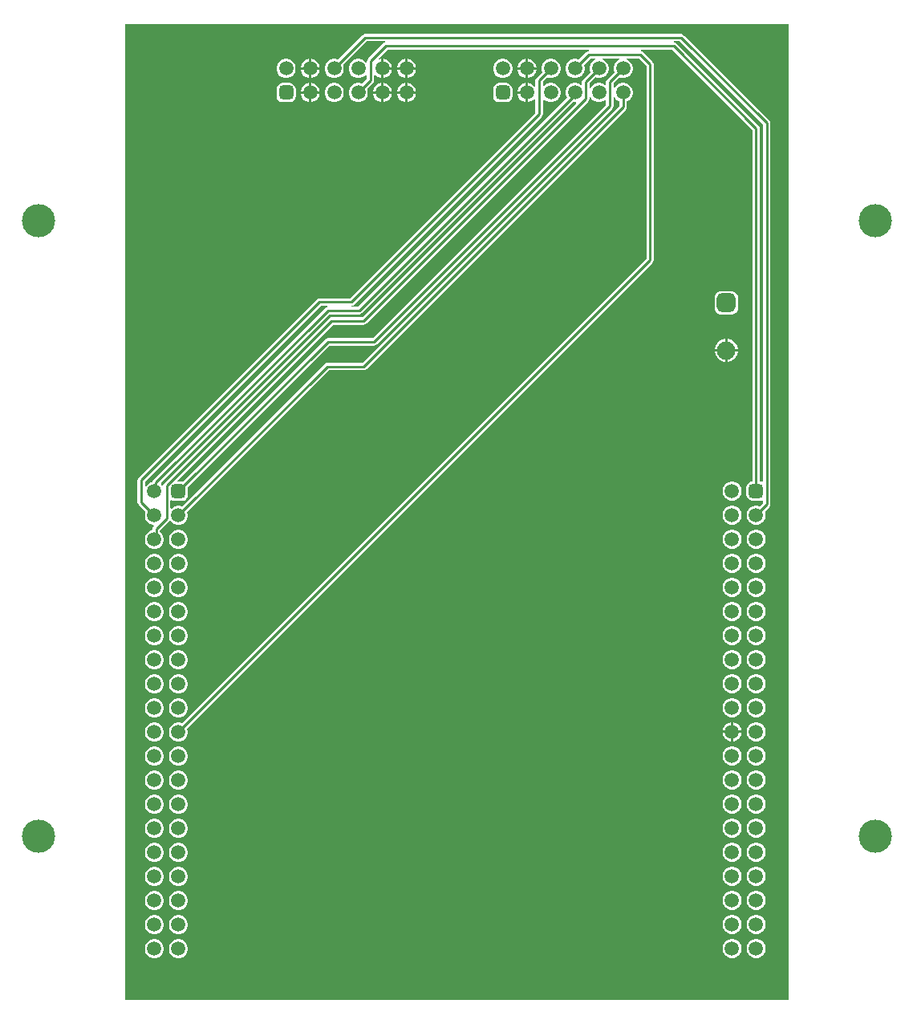
<source format=gbr>
%TF.GenerationSoftware,Altium Limited,Altium Designer,23.6.0 (18)*%
G04 Layer_Physical_Order=1*
G04 Layer_Color=255*
%FSLAX45Y45*%
%MOMM*%
%TF.SameCoordinates,8094E8B3-5A3C-4876-ADF7-68A746E10FBF*%
%TF.FilePolarity,Positive*%
%TF.FileFunction,Copper,L1,Top,Signal*%
%TF.Part,Single*%
G01*
G75*
%TA.AperFunction,Conductor*%
%ADD10C,0.25400*%
%TA.AperFunction,ComponentPad*%
G04:AMPARAMS|DCode=11|XSize=1.95mm|YSize=1.95mm|CornerRadius=0.4875mm|HoleSize=0mm|Usage=FLASHONLY|Rotation=270.000|XOffset=0mm|YOffset=0mm|HoleType=Round|Shape=RoundedRectangle|*
%AMROUNDEDRECTD11*
21,1,1.95000,0.97500,0,0,270.0*
21,1,0.97500,1.95000,0,0,270.0*
1,1,0.97500,-0.48750,-0.48750*
1,1,0.97500,-0.48750,0.48750*
1,1,0.97500,0.48750,0.48750*
1,1,0.97500,0.48750,-0.48750*
%
%ADD11ROUNDEDRECTD11*%
%ADD12C,1.95000*%
%ADD13C,1.50000*%
G04:AMPARAMS|DCode=14|XSize=1.5mm|YSize=1.5mm|CornerRadius=0.375mm|HoleSize=0mm|Usage=FLASHONLY|Rotation=0.000|XOffset=0mm|YOffset=0mm|HoleType=Round|Shape=RoundedRectangle|*
%AMROUNDEDRECTD14*
21,1,1.50000,0.75000,0,0,0.0*
21,1,0.75000,1.50000,0,0,0.0*
1,1,0.75000,0.37500,-0.37500*
1,1,0.75000,-0.37500,-0.37500*
1,1,0.75000,-0.37500,0.37500*
1,1,0.75000,0.37500,0.37500*
%
%ADD14ROUNDEDRECTD14*%
G04:AMPARAMS|DCode=15|XSize=1.5mm|YSize=1.5mm|CornerRadius=0.375mm|HoleSize=0mm|Usage=FLASHONLY|Rotation=270.000|XOffset=0mm|YOffset=0mm|HoleType=Round|Shape=RoundedRectangle|*
%AMROUNDEDRECTD15*
21,1,1.50000,0.75000,0,0,270.0*
21,1,0.75000,1.50000,0,0,270.0*
1,1,0.75000,-0.37500,-0.37500*
1,1,0.75000,-0.37500,0.37500*
1,1,0.75000,0.37500,0.37500*
1,1,0.75000,0.37500,-0.37500*
%
%ADD15ROUNDEDRECTD15*%
%TA.AperFunction,ViaPad*%
%ADD16C,3.50000*%
%ADD17C,1.27000*%
G36*
X17800000Y1260000D02*
X10800000D01*
Y11550000D01*
X17800000D01*
Y1260000D01*
D02*
G37*
%LPC*%
G36*
X15053232Y11184400D02*
X15052715D01*
Y11096700D01*
X15140414D01*
Y11097218D01*
X15133572Y11122753D01*
X15120354Y11145647D01*
X15101662Y11164340D01*
X15078767Y11177558D01*
X15053232Y11184400D01*
D02*
G37*
G36*
X15027315D02*
X15026796D01*
X15001260Y11177558D01*
X14978368Y11164340D01*
X14959674Y11145647D01*
X14946457Y11122753D01*
X14939615Y11097218D01*
Y11096700D01*
X15027315D01*
Y11184400D01*
D02*
G37*
G36*
X13783218D02*
X13782700D01*
Y11096700D01*
X13870399D01*
Y11097218D01*
X13863557Y11122753D01*
X13850340Y11145647D01*
X13831647Y11164340D01*
X13808752Y11177558D01*
X13783218Y11184400D01*
D02*
G37*
G36*
X13757300D02*
X13756783D01*
X13731247Y11177558D01*
X13708353Y11164340D01*
X13689661Y11145647D01*
X13676442Y11122753D01*
X13669600Y11097218D01*
Y11096700D01*
X13757300D01*
Y11184400D01*
D02*
G37*
G36*
X13529218D02*
X13528700D01*
Y11096700D01*
X13616400D01*
Y11097218D01*
X13609558Y11122753D01*
X13596339Y11145647D01*
X13577647Y11164340D01*
X13554753Y11177558D01*
X13529218Y11184400D01*
D02*
G37*
G36*
X12767218D02*
X12766700D01*
Y11096700D01*
X12854401D01*
Y11097218D01*
X12847559Y11122753D01*
X12834340Y11145647D01*
X12815646Y11164340D01*
X12792753Y11177558D01*
X12767218Y11184400D01*
D02*
G37*
G36*
X12741300D02*
X12740782D01*
X12715247Y11177558D01*
X12692353Y11164340D01*
X12673660Y11145647D01*
X12660442Y11122753D01*
X12653600Y11097218D01*
Y11096700D01*
X12741300D01*
Y11184400D01*
D02*
G37*
G36*
X15140414Y11071300D02*
X15052715D01*
Y10983600D01*
X15053232D01*
X15078767Y10990442D01*
X15101662Y11003660D01*
X15120354Y11022353D01*
X15133572Y11045247D01*
X15140414Y11070782D01*
Y11071300D01*
D02*
G37*
G36*
X15027315D02*
X14939615D01*
Y11070782D01*
X14946457Y11045247D01*
X14959674Y11022353D01*
X14978368Y11003660D01*
X15001260Y10990442D01*
X15026796Y10983600D01*
X15027315D01*
Y11071300D01*
D02*
G37*
G36*
X14799232Y11184400D02*
X14772797D01*
X14747261Y11177558D01*
X14724367Y11164340D01*
X14705675Y11145647D01*
X14692458Y11122753D01*
X14685616Y11097218D01*
Y11070782D01*
X14692458Y11045247D01*
X14705675Y11022353D01*
X14724367Y11003660D01*
X14747261Y10990442D01*
X14772797Y10983600D01*
X14799232D01*
X14824767Y10990442D01*
X14847661Y11003660D01*
X14866354Y11022353D01*
X14879572Y11045247D01*
X14886414Y11070782D01*
Y11097218D01*
X14879572Y11122753D01*
X14866354Y11145647D01*
X14847661Y11164340D01*
X14824767Y11177558D01*
X14799232Y11184400D01*
D02*
G37*
G36*
X13870399Y11071300D02*
X13782700D01*
Y10983600D01*
X13783218D01*
X13808752Y10990442D01*
X13831647Y11003660D01*
X13850340Y11022353D01*
X13863557Y11045247D01*
X13870399Y11070782D01*
Y11071300D01*
D02*
G37*
G36*
X13757300D02*
X13669600D01*
Y11070782D01*
X13676442Y11045247D01*
X13689661Y11022353D01*
X13708353Y11003660D01*
X13731247Y10990442D01*
X13756783Y10983600D01*
X13757300D01*
Y11071300D01*
D02*
G37*
G36*
X13616400D02*
X13528700D01*
Y10983600D01*
X13529218D01*
X13554753Y10990442D01*
X13577647Y11003660D01*
X13596339Y11022353D01*
X13609558Y11045247D01*
X13616400Y11070782D01*
Y11071300D01*
D02*
G37*
G36*
X12854401D02*
X12766700D01*
Y10983600D01*
X12767218D01*
X12792753Y10990442D01*
X12815646Y11003660D01*
X12834340Y11022353D01*
X12847559Y11045247D01*
X12854401Y11070782D01*
Y11071300D01*
D02*
G37*
G36*
X12741300D02*
X12653600D01*
Y11070782D01*
X12660442Y11045247D01*
X12673660Y11022353D01*
X12692353Y11003660D01*
X12715247Y10990442D01*
X12740782Y10983600D01*
X12741300D01*
Y11071300D01*
D02*
G37*
G36*
X12513218Y11184400D02*
X12486782D01*
X12461247Y11177558D01*
X12438353Y11164340D01*
X12419660Y11145647D01*
X12406442Y11122753D01*
X12399600Y11097218D01*
Y11070782D01*
X12406442Y11045247D01*
X12419660Y11022353D01*
X12438353Y11003660D01*
X12461247Y10990442D01*
X12486782Y10983600D01*
X12513218D01*
X12538753Y10990442D01*
X12561647Y11003660D01*
X12580340Y11022353D01*
X12593558Y11045247D01*
X12600400Y11070782D01*
Y11097218D01*
X12593558Y11122753D01*
X12580340Y11145647D01*
X12561647Y11164340D01*
X12538753Y11177558D01*
X12513218Y11184400D01*
D02*
G37*
G36*
X15027315Y10930400D02*
X15026796D01*
X15001260Y10923558D01*
X14978368Y10910340D01*
X14959674Y10891647D01*
X14946457Y10868753D01*
X14939615Y10843218D01*
Y10842700D01*
X15027315D01*
Y10930400D01*
D02*
G37*
G36*
X13783218D02*
X13782700D01*
Y10842700D01*
X13870399D01*
Y10843218D01*
X13863557Y10868753D01*
X13850340Y10891647D01*
X13831647Y10910340D01*
X13808752Y10923558D01*
X13783218Y10930400D01*
D02*
G37*
G36*
X13757300D02*
X13756783D01*
X13731247Y10923558D01*
X13708353Y10910340D01*
X13689661Y10891647D01*
X13676442Y10868753D01*
X13669600Y10843218D01*
Y10842700D01*
X13757300D01*
Y10930400D01*
D02*
G37*
G36*
X13529218D02*
X13528700D01*
Y10842700D01*
X13616400D01*
Y10843218D01*
X13609558Y10868753D01*
X13596339Y10891647D01*
X13577647Y10910340D01*
X13554753Y10923558D01*
X13529218Y10930400D01*
D02*
G37*
G36*
X13503300D02*
X13502782D01*
X13477248Y10923558D01*
X13454353Y10910340D01*
X13435660Y10891647D01*
X13422443Y10868753D01*
X13415601Y10843218D01*
Y10842700D01*
X13503300D01*
Y10930400D01*
D02*
G37*
G36*
X12767218D02*
X12766700D01*
Y10842700D01*
X12854401D01*
Y10843218D01*
X12847559Y10868753D01*
X12834340Y10891647D01*
X12815646Y10910340D01*
X12792753Y10923558D01*
X12767218Y10930400D01*
D02*
G37*
G36*
X12741300D02*
X12740782D01*
X12715247Y10923558D01*
X12692353Y10910340D01*
X12673660Y10891647D01*
X12660442Y10868753D01*
X12653600Y10843218D01*
Y10842700D01*
X12741300D01*
Y10930400D01*
D02*
G37*
G36*
X15027315Y10817300D02*
X14939615D01*
Y10816782D01*
X14946457Y10791247D01*
X14959674Y10768353D01*
X14978368Y10749660D01*
X15001260Y10736442D01*
X15026796Y10729600D01*
X15027315D01*
Y10817300D01*
D02*
G37*
G36*
X13870399D02*
X13782700D01*
Y10729600D01*
X13783218D01*
X13808752Y10736442D01*
X13831647Y10749660D01*
X13850340Y10768353D01*
X13863557Y10791247D01*
X13870399Y10816782D01*
Y10817300D01*
D02*
G37*
G36*
X13757300D02*
X13669600D01*
Y10816782D01*
X13676442Y10791247D01*
X13689661Y10768353D01*
X13708353Y10749660D01*
X13731247Y10736442D01*
X13756783Y10729600D01*
X13757300D01*
Y10817300D01*
D02*
G37*
G36*
X13616400D02*
X13528700D01*
Y10729600D01*
X13529218D01*
X13554753Y10736442D01*
X13577647Y10749660D01*
X13596339Y10768353D01*
X13609558Y10791247D01*
X13616400Y10816782D01*
Y10817300D01*
D02*
G37*
G36*
X13503300D02*
X13415601D01*
Y10816782D01*
X13422443Y10791247D01*
X13435660Y10768353D01*
X13454353Y10749660D01*
X13477248Y10736442D01*
X13502782Y10729600D01*
X13503300D01*
Y10817300D01*
D02*
G37*
G36*
X13021217Y10930400D02*
X12994781D01*
X12969247Y10923558D01*
X12946353Y10910340D01*
X12927660Y10891647D01*
X12914442Y10868753D01*
X12907600Y10843218D01*
Y10816782D01*
X12914442Y10791247D01*
X12927660Y10768353D01*
X12946353Y10749660D01*
X12969247Y10736442D01*
X12994781Y10729600D01*
X13021217D01*
X13046753Y10736442D01*
X13069647Y10749660D01*
X13088341Y10768353D01*
X13101558Y10791247D01*
X13108400Y10816782D01*
Y10843218D01*
X13101558Y10868753D01*
X13088341Y10891647D01*
X13069647Y10910340D01*
X13046753Y10923558D01*
X13021217Y10930400D01*
D02*
G37*
G36*
X12854401Y10817300D02*
X12766700D01*
Y10729600D01*
X12767218D01*
X12792753Y10736442D01*
X12815646Y10749660D01*
X12834340Y10768353D01*
X12847559Y10791247D01*
X12854401Y10816782D01*
Y10817300D01*
D02*
G37*
G36*
X12741300D02*
X12653600D01*
Y10816782D01*
X12660442Y10791247D01*
X12673660Y10768353D01*
X12692353Y10749660D01*
X12715247Y10736442D01*
X12740782Y10729600D01*
X12741300D01*
Y10817300D01*
D02*
G37*
G36*
X14823514Y10931632D02*
X14748515D01*
X14723972Y10926750D01*
X14703166Y10912848D01*
X14689264Y10892042D01*
X14684383Y10867500D01*
Y10792500D01*
X14689264Y10767958D01*
X14703166Y10747152D01*
X14723972Y10733250D01*
X14748515Y10728368D01*
X14823514D01*
X14848058Y10733250D01*
X14868863Y10747152D01*
X14882765Y10767958D01*
X14887646Y10792500D01*
Y10867500D01*
X14882765Y10892042D01*
X14868863Y10912848D01*
X14848058Y10926750D01*
X14823514Y10931632D01*
D02*
G37*
G36*
X12537500D02*
X12462500D01*
X12437958Y10926750D01*
X12417152Y10912848D01*
X12403250Y10892042D01*
X12398368Y10867500D01*
Y10792500D01*
X12403250Y10767958D01*
X12417152Y10747152D01*
X12437958Y10733250D01*
X12462500Y10728368D01*
X12537500D01*
X12562042Y10733250D01*
X12582848Y10747152D01*
X12596750Y10767958D01*
X12601632Y10792500D01*
Y10867500D01*
X12596750Y10892042D01*
X12582848Y10912848D01*
X12562042Y10926750D01*
X12537500Y10931632D01*
D02*
G37*
G36*
X17193750Y8733540D02*
X17096249D01*
X17076894Y8730991D01*
X17058855Y8723520D01*
X17043365Y8711634D01*
X17031480Y8696145D01*
X17024010Y8678107D01*
X17021460Y8658750D01*
Y8561250D01*
X17024010Y8541893D01*
X17031480Y8523855D01*
X17043365Y8508366D01*
X17058855Y8496480D01*
X17076894Y8489009D01*
X17096249Y8486460D01*
X17193750D01*
X17213107Y8489009D01*
X17231145Y8496480D01*
X17246634Y8508366D01*
X17258521Y8523855D01*
X17265991Y8541893D01*
X17268539Y8561250D01*
Y8658750D01*
X17265991Y8678107D01*
X17258521Y8696145D01*
X17246634Y8711634D01*
X17231145Y8723520D01*
X17213107Y8730991D01*
X17193750Y8733540D01*
D02*
G37*
G36*
X17161180Y8232900D02*
X17157700D01*
Y8122700D01*
X17267900D01*
Y8126180D01*
X17259525Y8157438D01*
X17243344Y8185462D01*
X17220462Y8208345D01*
X17192438Y8224525D01*
X17161180Y8232900D01*
D02*
G37*
G36*
X17132300D02*
X17128819D01*
X17097562Y8224525D01*
X17069537Y8208345D01*
X17046655Y8185462D01*
X17030475Y8157438D01*
X17022099Y8126180D01*
Y8122700D01*
X17132300D01*
Y8232900D01*
D02*
G37*
G36*
X17267900Y8097300D02*
X17157700D01*
Y7987100D01*
X17161180D01*
X17192438Y7995475D01*
X17220462Y8011656D01*
X17243344Y8034538D01*
X17259525Y8062562D01*
X17267900Y8093820D01*
Y8097300D01*
D02*
G37*
G36*
X17132300D02*
X17022099D01*
Y8093820D01*
X17030475Y8062562D01*
X17046655Y8034538D01*
X17069537Y8011656D01*
X17097562Y7995475D01*
X17128819Y7987100D01*
X17132300D01*
Y8097300D01*
D02*
G37*
G36*
X17219218Y6726400D02*
X17192783D01*
X17167247Y6719558D01*
X17144353Y6706340D01*
X17125661Y6687647D01*
X17112442Y6664753D01*
X17105600Y6639218D01*
Y6612782D01*
X17112442Y6587247D01*
X17125661Y6564353D01*
X17144353Y6545660D01*
X17167247Y6532442D01*
X17192783Y6525600D01*
X17219218D01*
X17244753Y6532442D01*
X17267647Y6545660D01*
X17286340Y6564353D01*
X17299557Y6587247D01*
X17306400Y6612782D01*
Y6639218D01*
X17299557Y6664753D01*
X17286340Y6687647D01*
X17267647Y6706340D01*
X17244753Y6719558D01*
X17219218Y6726400D01*
D02*
G37*
G36*
X16670000Y11448847D02*
X13334000D01*
X13319135Y11445889D01*
X13306532Y11437469D01*
X13046649Y11177586D01*
X13021217Y11184400D01*
X12994781D01*
X12969247Y11177558D01*
X12946353Y11164340D01*
X12927660Y11145647D01*
X12914442Y11122753D01*
X12907600Y11097218D01*
Y11070782D01*
X12914442Y11045247D01*
X12927660Y11022353D01*
X12946353Y11003660D01*
X12969247Y10990442D01*
X12994781Y10983600D01*
X13021217D01*
X13046753Y10990442D01*
X13069647Y11003660D01*
X13088341Y11022353D01*
X13101558Y11045247D01*
X13108400Y11070782D01*
Y11097218D01*
X13101585Y11122648D01*
X13350092Y11371154D01*
X13546774D01*
X13548024Y11358454D01*
X13535133Y11355889D01*
X13522533Y11347469D01*
X13362531Y11187468D01*
X13354111Y11174866D01*
X13351154Y11160000D01*
Y11154794D01*
X13338454Y11149533D01*
X13323647Y11164340D01*
X13300752Y11177558D01*
X13275218Y11184400D01*
X13248782D01*
X13223247Y11177558D01*
X13200352Y11164340D01*
X13181660Y11145647D01*
X13168442Y11122753D01*
X13161600Y11097218D01*
Y11070782D01*
X13168442Y11045247D01*
X13181660Y11022353D01*
X13200352Y11003660D01*
X13223247Y10990442D01*
X13248782Y10983600D01*
X13275218D01*
X13300752Y10990442D01*
X13323647Y11003660D01*
X13338454Y11018466D01*
X13351154Y11013206D01*
Y10974091D01*
X13300648Y10923586D01*
X13275218Y10930400D01*
X13248782D01*
X13223247Y10923558D01*
X13200352Y10910340D01*
X13181660Y10891647D01*
X13168442Y10868753D01*
X13161600Y10843218D01*
Y10816782D01*
X13168442Y10791247D01*
X13181660Y10768353D01*
X13200352Y10749660D01*
X13223247Y10736442D01*
X13248782Y10729600D01*
X13275218D01*
X13300752Y10736442D01*
X13323647Y10749660D01*
X13342340Y10768353D01*
X13355557Y10791247D01*
X13362399Y10816782D01*
Y10843218D01*
X13355586Y10868649D01*
X13417468Y10930531D01*
X13425890Y10943134D01*
X13428847Y10958000D01*
Y11011206D01*
X13441547Y11016466D01*
X13454353Y11003660D01*
X13477248Y10990442D01*
X13502782Y10983600D01*
X13503300D01*
Y11084000D01*
Y11184400D01*
X13502782D01*
X13481630Y11178732D01*
X13475056Y11190119D01*
X13566090Y11281153D01*
X15690788D01*
X15692039Y11268453D01*
X15679147Y11265889D01*
X15666547Y11257468D01*
X15586662Y11177586D01*
X15561232Y11184400D01*
X15534796D01*
X15509261Y11177558D01*
X15486366Y11164340D01*
X15467674Y11145647D01*
X15454457Y11122753D01*
X15447615Y11097218D01*
Y11070782D01*
X15454457Y11045247D01*
X15467674Y11022353D01*
X15486366Y11003660D01*
X15509261Y10990442D01*
X15534796Y10983600D01*
X15561232D01*
X15586768Y10990442D01*
X15609660Y11003660D01*
X15628354Y11022353D01*
X15641573Y11045247D01*
X15648415Y11070782D01*
Y11097218D01*
X15641600Y11122649D01*
X15710104Y11191153D01*
X15764932D01*
X15766605Y11178453D01*
X15763261Y11177558D01*
X15740367Y11164340D01*
X15721674Y11145647D01*
X15708456Y11122753D01*
X15701614Y11097218D01*
Y11070782D01*
X15708429Y11045351D01*
X15633646Y10970569D01*
X15625224Y10957966D01*
X15622269Y10943100D01*
Y10914327D01*
X15610535Y10909467D01*
X15609660Y10910340D01*
X15586768Y10923558D01*
X15561232Y10930400D01*
X15534796D01*
X15509261Y10923558D01*
X15486366Y10910340D01*
X15467674Y10891647D01*
X15454457Y10868753D01*
X15447615Y10843218D01*
Y10816782D01*
X15454457Y10791247D01*
X15462456Y10777392D01*
X13253909Y8568846D01*
X13193227D01*
X13191975Y8581546D01*
X13204866Y8584111D01*
X13217468Y8592531D01*
X15197469Y10572531D01*
X15205888Y10585134D01*
X15208846Y10600000D01*
Y10755220D01*
X15221545Y10760481D01*
X15232367Y10749660D01*
X15255261Y10736442D01*
X15280795Y10729600D01*
X15307233D01*
X15332767Y10736442D01*
X15355661Y10749660D01*
X15374355Y10768353D01*
X15387572Y10791247D01*
X15394414Y10816782D01*
Y10843218D01*
X15387572Y10868753D01*
X15374355Y10891647D01*
X15355661Y10910340D01*
X15332767Y10923558D01*
X15307233Y10930400D01*
X15280795D01*
X15255261Y10923558D01*
X15232367Y10910340D01*
X15221545Y10899519D01*
X15208846Y10904780D01*
Y10943895D01*
X15255367Y10990414D01*
X15280795Y10983600D01*
X15307233D01*
X15332767Y10990442D01*
X15355661Y11003660D01*
X15374355Y11022353D01*
X15387572Y11045247D01*
X15394414Y11070782D01*
Y11097218D01*
X15387572Y11122753D01*
X15374355Y11145647D01*
X15355661Y11164340D01*
X15332767Y11177558D01*
X15307233Y11184400D01*
X15280795D01*
X15255261Y11177558D01*
X15232367Y11164340D01*
X15213673Y11145647D01*
X15200456Y11122753D01*
X15193616Y11097218D01*
Y11070782D01*
X15200429Y11045351D01*
X15142531Y10987454D01*
X15134109Y10974851D01*
X15131152Y10959985D01*
Y10896237D01*
X15118452Y10893548D01*
X15101662Y10910340D01*
X15078767Y10923558D01*
X15053232Y10930400D01*
X15052715D01*
Y10830000D01*
Y10729600D01*
X15053232D01*
X15078767Y10736442D01*
X15101662Y10749660D01*
X15118452Y10766452D01*
X15131152Y10763763D01*
Y10616091D01*
X13173909Y8658847D01*
X12850000D01*
X12835133Y8655889D01*
X12822533Y8647469D01*
X10942531Y6767468D01*
X10934110Y6754866D01*
X10931153Y6740000D01*
Y6508812D01*
X10934110Y6493947D01*
X10942531Y6481344D01*
X11015727Y6408149D01*
X11008912Y6382718D01*
Y6356282D01*
X11015754Y6330747D01*
X11028972Y6307853D01*
X11047665Y6289160D01*
X11070559Y6275942D01*
X11096094Y6269100D01*
X11097329D01*
X11102190Y6257367D01*
X11100891Y6256069D01*
X11092471Y6243466D01*
X11089514Y6228600D01*
Y6214137D01*
X11070559Y6209058D01*
X11047665Y6195840D01*
X11028972Y6177147D01*
X11015754Y6154253D01*
X11008912Y6128718D01*
Y6102282D01*
X11015754Y6076747D01*
X11028972Y6053853D01*
X11047665Y6035160D01*
X11070559Y6021942D01*
X11096094Y6015100D01*
X11122530D01*
X11148065Y6021942D01*
X11170959Y6035160D01*
X11189652Y6053853D01*
X11202870Y6076747D01*
X11209712Y6102282D01*
Y6128718D01*
X11202870Y6154253D01*
X11189652Y6177147D01*
X11170959Y6195840D01*
X11167207Y6198007D01*
Y6212510D01*
X11266200Y6311503D01*
X11278451Y6312585D01*
X11280275Y6312525D01*
X11282972Y6307853D01*
X11301665Y6289160D01*
X11324559Y6275942D01*
X11350094Y6269100D01*
X11376530D01*
X11402065Y6275942D01*
X11424959Y6289160D01*
X11443652Y6307853D01*
X11456870Y6330747D01*
X11463712Y6356282D01*
Y6382718D01*
X11456898Y6408149D01*
X12949902Y7901154D01*
X13320000D01*
X13334866Y7904111D01*
X13347469Y7912532D01*
X16083482Y10648546D01*
X16091904Y10661149D01*
X16094861Y10676014D01*
Y10736496D01*
X16117661Y10749660D01*
X16136354Y10768353D01*
X16149573Y10791247D01*
X16156413Y10816782D01*
Y10843218D01*
X16149573Y10868753D01*
X16136354Y10891647D01*
X16117661Y10910340D01*
X16094768Y10923558D01*
X16069232Y10930400D01*
X16042796D01*
X16017261Y10923558D01*
X15994366Y10910340D01*
X15975674Y10891647D01*
X15966661Y10876035D01*
X15953961Y10879438D01*
Y10927009D01*
X16017366Y10990414D01*
X16042796Y10983600D01*
X16069232D01*
X16094768Y10990442D01*
X16117661Y11003660D01*
X16136354Y11022353D01*
X16149573Y11045247D01*
X16156413Y11070782D01*
Y11097218D01*
X16149573Y11122753D01*
X16136354Y11145647D01*
X16117661Y11164340D01*
X16094768Y11177558D01*
X16091425Y11178453D01*
X16093097Y11191153D01*
X16223911D01*
X16301154Y11113909D01*
Y9076279D01*
X11401961Y4177086D01*
X11376530Y4183900D01*
X11350094D01*
X11324559Y4177058D01*
X11301665Y4163840D01*
X11282972Y4145147D01*
X11269754Y4122253D01*
X11262912Y4096718D01*
Y4070282D01*
X11269754Y4044747D01*
X11282972Y4021853D01*
X11301665Y4003160D01*
X11324559Y3989942D01*
X11350094Y3983100D01*
X11376530D01*
X11402065Y3989942D01*
X11424959Y4003160D01*
X11443652Y4021853D01*
X11456870Y4044747D01*
X11463712Y4070282D01*
Y4096718D01*
X11456898Y4122149D01*
X16367468Y9032719D01*
X16375890Y9045322D01*
X16378847Y9060188D01*
Y11130000D01*
X16375890Y11144866D01*
X16367468Y11157469D01*
X16267468Y11257468D01*
X16254866Y11265889D01*
X16241975Y11268453D01*
X16243227Y11281153D01*
X16573909D01*
X17421153Y10433910D01*
Y6727364D01*
X17397958Y6722750D01*
X17377151Y6708848D01*
X17363251Y6688042D01*
X17358368Y6663500D01*
Y6588500D01*
X17363251Y6563958D01*
X17377151Y6543152D01*
X17397958Y6529250D01*
X17422501Y6524368D01*
X17497501D01*
X17521553Y6529152D01*
X17523811Y6529392D01*
X17534253Y6522667D01*
Y6501191D01*
X17498650Y6465586D01*
X17473218Y6472400D01*
X17446782D01*
X17421246Y6465558D01*
X17398354Y6452340D01*
X17379660Y6433647D01*
X17366441Y6410753D01*
X17359599Y6385218D01*
Y6358782D01*
X17366441Y6333247D01*
X17379660Y6310353D01*
X17398354Y6291660D01*
X17421246Y6278442D01*
X17446782Y6271600D01*
X17473218D01*
X17498753Y6278442D01*
X17521648Y6291660D01*
X17540340Y6310353D01*
X17553558Y6333247D01*
X17560400Y6358782D01*
Y6385218D01*
X17553586Y6410649D01*
X17600569Y6457631D01*
X17608989Y6470234D01*
X17611946Y6485100D01*
Y10506900D01*
X17608989Y10521766D01*
X17600569Y10534369D01*
X16697469Y11437469D01*
X16684866Y11445889D01*
X16670000Y11448847D01*
D02*
G37*
G36*
X17219218Y6472400D02*
X17192783D01*
X17167247Y6465558D01*
X17144353Y6452340D01*
X17125661Y6433647D01*
X17112442Y6410753D01*
X17105600Y6385218D01*
Y6358782D01*
X17112442Y6333247D01*
X17125661Y6310353D01*
X17144353Y6291660D01*
X17167247Y6278442D01*
X17192783Y6271600D01*
X17219218D01*
X17244753Y6278442D01*
X17267647Y6291660D01*
X17286340Y6310353D01*
X17299557Y6333247D01*
X17306400Y6358782D01*
Y6385218D01*
X17299557Y6410753D01*
X17286340Y6433647D01*
X17267647Y6452340D01*
X17244753Y6465558D01*
X17219218Y6472400D01*
D02*
G37*
G36*
X17473218Y6218400D02*
X17446782D01*
X17421246Y6211558D01*
X17398354Y6198340D01*
X17379660Y6179647D01*
X17366441Y6156753D01*
X17359599Y6131218D01*
Y6104782D01*
X17366441Y6079247D01*
X17379660Y6056353D01*
X17398354Y6037660D01*
X17421246Y6024442D01*
X17446782Y6017600D01*
X17473218D01*
X17498753Y6024442D01*
X17521648Y6037660D01*
X17540340Y6056353D01*
X17553558Y6079247D01*
X17560400Y6104782D01*
Y6131218D01*
X17553558Y6156753D01*
X17540340Y6179647D01*
X17521648Y6198340D01*
X17498753Y6211558D01*
X17473218Y6218400D01*
D02*
G37*
G36*
X17219218D02*
X17192783D01*
X17167247Y6211558D01*
X17144353Y6198340D01*
X17125661Y6179647D01*
X17112442Y6156753D01*
X17105600Y6131218D01*
Y6104782D01*
X17112442Y6079247D01*
X17125661Y6056353D01*
X17144353Y6037660D01*
X17167247Y6024442D01*
X17192783Y6017600D01*
X17219218D01*
X17244753Y6024442D01*
X17267647Y6037660D01*
X17286340Y6056353D01*
X17299557Y6079247D01*
X17306400Y6104782D01*
Y6131218D01*
X17299557Y6156753D01*
X17286340Y6179647D01*
X17267647Y6198340D01*
X17244753Y6211558D01*
X17219218Y6218400D01*
D02*
G37*
G36*
X11376530Y6215900D02*
X11350094D01*
X11324559Y6209058D01*
X11301665Y6195840D01*
X11282972Y6177147D01*
X11269754Y6154253D01*
X11262912Y6128718D01*
Y6102282D01*
X11269754Y6076747D01*
X11282972Y6053853D01*
X11301665Y6035160D01*
X11324559Y6021942D01*
X11350094Y6015100D01*
X11376530D01*
X11402065Y6021942D01*
X11424959Y6035160D01*
X11443652Y6053853D01*
X11456870Y6076747D01*
X11463712Y6102282D01*
Y6128718D01*
X11456870Y6154253D01*
X11443652Y6177147D01*
X11424959Y6195840D01*
X11402065Y6209058D01*
X11376530Y6215900D01*
D02*
G37*
G36*
X17473218Y5964400D02*
X17446782D01*
X17421246Y5957558D01*
X17398354Y5944340D01*
X17379660Y5925647D01*
X17366441Y5902753D01*
X17359599Y5877218D01*
Y5850782D01*
X17366441Y5825247D01*
X17379660Y5802353D01*
X17398354Y5783660D01*
X17421246Y5770442D01*
X17446782Y5763600D01*
X17473218D01*
X17498753Y5770442D01*
X17521648Y5783660D01*
X17540340Y5802353D01*
X17553558Y5825247D01*
X17560400Y5850782D01*
Y5877218D01*
X17553558Y5902753D01*
X17540340Y5925647D01*
X17521648Y5944340D01*
X17498753Y5957558D01*
X17473218Y5964400D01*
D02*
G37*
G36*
X17219218D02*
X17192783D01*
X17167247Y5957558D01*
X17144353Y5944340D01*
X17125661Y5925647D01*
X17112442Y5902753D01*
X17105600Y5877218D01*
Y5850782D01*
X17112442Y5825247D01*
X17125661Y5802353D01*
X17144353Y5783660D01*
X17167247Y5770442D01*
X17192783Y5763600D01*
X17219218D01*
X17244753Y5770442D01*
X17267647Y5783660D01*
X17286340Y5802353D01*
X17299557Y5825247D01*
X17306400Y5850782D01*
Y5877218D01*
X17299557Y5902753D01*
X17286340Y5925647D01*
X17267647Y5944340D01*
X17244753Y5957558D01*
X17219218Y5964400D01*
D02*
G37*
G36*
X11376530Y5961900D02*
X11350094D01*
X11324559Y5955058D01*
X11301665Y5941840D01*
X11282972Y5923147D01*
X11269754Y5900253D01*
X11262912Y5874718D01*
Y5848282D01*
X11269754Y5822747D01*
X11282972Y5799853D01*
X11301665Y5781160D01*
X11324559Y5767942D01*
X11350094Y5761100D01*
X11376530D01*
X11402065Y5767942D01*
X11424959Y5781160D01*
X11443652Y5799853D01*
X11456870Y5822747D01*
X11463712Y5848282D01*
Y5874718D01*
X11456870Y5900253D01*
X11443652Y5923147D01*
X11424959Y5941840D01*
X11402065Y5955058D01*
X11376530Y5961900D01*
D02*
G37*
G36*
X11122530D02*
X11096094D01*
X11070559Y5955058D01*
X11047665Y5941840D01*
X11028972Y5923147D01*
X11015754Y5900253D01*
X11008912Y5874718D01*
Y5848282D01*
X11015754Y5822747D01*
X11028972Y5799853D01*
X11047665Y5781160D01*
X11070559Y5767942D01*
X11096094Y5761100D01*
X11122530D01*
X11148065Y5767942D01*
X11170959Y5781160D01*
X11189652Y5799853D01*
X11202870Y5822747D01*
X11209712Y5848282D01*
Y5874718D01*
X11202870Y5900253D01*
X11189652Y5923147D01*
X11170959Y5941840D01*
X11148065Y5955058D01*
X11122530Y5961900D01*
D02*
G37*
G36*
X17473218Y5710400D02*
X17446782D01*
X17421246Y5703558D01*
X17398354Y5690340D01*
X17379660Y5671647D01*
X17366441Y5648753D01*
X17359599Y5623218D01*
Y5596782D01*
X17366441Y5571247D01*
X17379660Y5548353D01*
X17398354Y5529660D01*
X17421246Y5516442D01*
X17446782Y5509600D01*
X17473218D01*
X17498753Y5516442D01*
X17521648Y5529660D01*
X17540340Y5548353D01*
X17553558Y5571247D01*
X17560400Y5596782D01*
Y5623218D01*
X17553558Y5648753D01*
X17540340Y5671647D01*
X17521648Y5690340D01*
X17498753Y5703558D01*
X17473218Y5710400D01*
D02*
G37*
G36*
X17219218D02*
X17192783D01*
X17167247Y5703558D01*
X17144353Y5690340D01*
X17125661Y5671647D01*
X17112442Y5648753D01*
X17105600Y5623218D01*
Y5596782D01*
X17112442Y5571247D01*
X17125661Y5548353D01*
X17144353Y5529660D01*
X17167247Y5516442D01*
X17192783Y5509600D01*
X17219218D01*
X17244753Y5516442D01*
X17267647Y5529660D01*
X17286340Y5548353D01*
X17299557Y5571247D01*
X17306400Y5596782D01*
Y5623218D01*
X17299557Y5648753D01*
X17286340Y5671647D01*
X17267647Y5690340D01*
X17244753Y5703558D01*
X17219218Y5710400D01*
D02*
G37*
G36*
X11376530Y5707900D02*
X11350094D01*
X11324559Y5701058D01*
X11301665Y5687840D01*
X11282972Y5669147D01*
X11269754Y5646253D01*
X11262912Y5620718D01*
Y5594282D01*
X11269754Y5568747D01*
X11282972Y5545853D01*
X11301665Y5527160D01*
X11324559Y5513942D01*
X11350094Y5507100D01*
X11376530D01*
X11402065Y5513942D01*
X11424959Y5527160D01*
X11443652Y5545853D01*
X11456870Y5568747D01*
X11463712Y5594282D01*
Y5620718D01*
X11456870Y5646253D01*
X11443652Y5669147D01*
X11424959Y5687840D01*
X11402065Y5701058D01*
X11376530Y5707900D01*
D02*
G37*
G36*
X11122530D02*
X11096094D01*
X11070559Y5701058D01*
X11047665Y5687840D01*
X11028972Y5669147D01*
X11015754Y5646253D01*
X11008912Y5620718D01*
Y5594282D01*
X11015754Y5568747D01*
X11028972Y5545853D01*
X11047665Y5527160D01*
X11070559Y5513942D01*
X11096094Y5507100D01*
X11122530D01*
X11148065Y5513942D01*
X11170959Y5527160D01*
X11189652Y5545853D01*
X11202870Y5568747D01*
X11209712Y5594282D01*
Y5620718D01*
X11202870Y5646253D01*
X11189652Y5669147D01*
X11170959Y5687840D01*
X11148065Y5701058D01*
X11122530Y5707900D01*
D02*
G37*
G36*
X17473218Y5456400D02*
X17446782D01*
X17421246Y5449558D01*
X17398354Y5436340D01*
X17379660Y5417647D01*
X17366441Y5394753D01*
X17359599Y5369218D01*
Y5342782D01*
X17366441Y5317247D01*
X17379660Y5294353D01*
X17398354Y5275660D01*
X17421246Y5262442D01*
X17446782Y5255600D01*
X17473218D01*
X17498753Y5262442D01*
X17521648Y5275660D01*
X17540340Y5294353D01*
X17553558Y5317247D01*
X17560400Y5342782D01*
Y5369218D01*
X17553558Y5394753D01*
X17540340Y5417647D01*
X17521648Y5436340D01*
X17498753Y5449558D01*
X17473218Y5456400D01*
D02*
G37*
G36*
X17219218D02*
X17192783D01*
X17167247Y5449558D01*
X17144353Y5436340D01*
X17125661Y5417647D01*
X17112442Y5394753D01*
X17105600Y5369218D01*
Y5342782D01*
X17112442Y5317247D01*
X17125661Y5294353D01*
X17144353Y5275660D01*
X17167247Y5262442D01*
X17192783Y5255600D01*
X17219218D01*
X17244753Y5262442D01*
X17267647Y5275660D01*
X17286340Y5294353D01*
X17299557Y5317247D01*
X17306400Y5342782D01*
Y5369218D01*
X17299557Y5394753D01*
X17286340Y5417647D01*
X17267647Y5436340D01*
X17244753Y5449558D01*
X17219218Y5456400D01*
D02*
G37*
G36*
X11376530Y5453900D02*
X11350094D01*
X11324559Y5447058D01*
X11301665Y5433840D01*
X11282972Y5415147D01*
X11269754Y5392253D01*
X11262912Y5366718D01*
Y5340282D01*
X11269754Y5314747D01*
X11282972Y5291853D01*
X11301665Y5273160D01*
X11324559Y5259942D01*
X11350094Y5253100D01*
X11376530D01*
X11402065Y5259942D01*
X11424959Y5273160D01*
X11443652Y5291853D01*
X11456870Y5314747D01*
X11463712Y5340282D01*
Y5366718D01*
X11456870Y5392253D01*
X11443652Y5415147D01*
X11424959Y5433840D01*
X11402065Y5447058D01*
X11376530Y5453900D01*
D02*
G37*
G36*
X11122530D02*
X11096094D01*
X11070559Y5447058D01*
X11047665Y5433840D01*
X11028972Y5415147D01*
X11015754Y5392253D01*
X11008912Y5366718D01*
Y5340282D01*
X11015754Y5314747D01*
X11028972Y5291853D01*
X11047665Y5273160D01*
X11070559Y5259942D01*
X11096094Y5253100D01*
X11122530D01*
X11148065Y5259942D01*
X11170959Y5273160D01*
X11189652Y5291853D01*
X11202870Y5314747D01*
X11209712Y5340282D01*
Y5366718D01*
X11202870Y5392253D01*
X11189652Y5415147D01*
X11170959Y5433840D01*
X11148065Y5447058D01*
X11122530Y5453900D01*
D02*
G37*
G36*
X17473218Y5202400D02*
X17446782D01*
X17421246Y5195558D01*
X17398354Y5182340D01*
X17379660Y5163647D01*
X17366441Y5140753D01*
X17359599Y5115218D01*
Y5088782D01*
X17366441Y5063247D01*
X17379660Y5040353D01*
X17398354Y5021660D01*
X17421246Y5008442D01*
X17446782Y5001600D01*
X17473218D01*
X17498753Y5008442D01*
X17521648Y5021660D01*
X17540340Y5040353D01*
X17553558Y5063247D01*
X17560400Y5088782D01*
Y5115218D01*
X17553558Y5140753D01*
X17540340Y5163647D01*
X17521648Y5182340D01*
X17498753Y5195558D01*
X17473218Y5202400D01*
D02*
G37*
G36*
X17219218D02*
X17192783D01*
X17167247Y5195558D01*
X17144353Y5182340D01*
X17125661Y5163647D01*
X17112442Y5140753D01*
X17105600Y5115218D01*
Y5088782D01*
X17112442Y5063247D01*
X17125661Y5040353D01*
X17144353Y5021660D01*
X17167247Y5008442D01*
X17192783Y5001600D01*
X17219218D01*
X17244753Y5008442D01*
X17267647Y5021660D01*
X17286340Y5040353D01*
X17299557Y5063247D01*
X17306400Y5088782D01*
Y5115218D01*
X17299557Y5140753D01*
X17286340Y5163647D01*
X17267647Y5182340D01*
X17244753Y5195558D01*
X17219218Y5202400D01*
D02*
G37*
G36*
X11376530Y5199900D02*
X11350094D01*
X11324559Y5193058D01*
X11301665Y5179840D01*
X11282972Y5161147D01*
X11269754Y5138253D01*
X11262912Y5112718D01*
Y5086282D01*
X11269754Y5060747D01*
X11282972Y5037853D01*
X11301665Y5019160D01*
X11324559Y5005942D01*
X11350094Y4999100D01*
X11376530D01*
X11402065Y5005942D01*
X11424959Y5019160D01*
X11443652Y5037853D01*
X11456870Y5060747D01*
X11463712Y5086282D01*
Y5112718D01*
X11456870Y5138253D01*
X11443652Y5161147D01*
X11424959Y5179840D01*
X11402065Y5193058D01*
X11376530Y5199900D01*
D02*
G37*
G36*
X11122530D02*
X11096094D01*
X11070559Y5193058D01*
X11047665Y5179840D01*
X11028972Y5161147D01*
X11015754Y5138253D01*
X11008912Y5112718D01*
Y5086282D01*
X11015754Y5060747D01*
X11028972Y5037853D01*
X11047665Y5019160D01*
X11070559Y5005942D01*
X11096094Y4999100D01*
X11122530D01*
X11148065Y5005942D01*
X11170959Y5019160D01*
X11189652Y5037853D01*
X11202870Y5060747D01*
X11209712Y5086282D01*
Y5112718D01*
X11202870Y5138253D01*
X11189652Y5161147D01*
X11170959Y5179840D01*
X11148065Y5193058D01*
X11122530Y5199900D01*
D02*
G37*
G36*
X17473218Y4948400D02*
X17446782D01*
X17421246Y4941558D01*
X17398354Y4928340D01*
X17379660Y4909647D01*
X17366441Y4886753D01*
X17359599Y4861218D01*
Y4834782D01*
X17366441Y4809247D01*
X17379660Y4786353D01*
X17398354Y4767660D01*
X17421246Y4754442D01*
X17446782Y4747600D01*
X17473218D01*
X17498753Y4754442D01*
X17521648Y4767660D01*
X17540340Y4786353D01*
X17553558Y4809247D01*
X17560400Y4834782D01*
Y4861218D01*
X17553558Y4886753D01*
X17540340Y4909647D01*
X17521648Y4928340D01*
X17498753Y4941558D01*
X17473218Y4948400D01*
D02*
G37*
G36*
X17219218D02*
X17192783D01*
X17167247Y4941558D01*
X17144353Y4928340D01*
X17125661Y4909647D01*
X17112442Y4886753D01*
X17105600Y4861218D01*
Y4834782D01*
X17112442Y4809247D01*
X17125661Y4786353D01*
X17144353Y4767660D01*
X17167247Y4754442D01*
X17192783Y4747600D01*
X17219218D01*
X17244753Y4754442D01*
X17267647Y4767660D01*
X17286340Y4786353D01*
X17299557Y4809247D01*
X17306400Y4834782D01*
Y4861218D01*
X17299557Y4886753D01*
X17286340Y4909647D01*
X17267647Y4928340D01*
X17244753Y4941558D01*
X17219218Y4948400D01*
D02*
G37*
G36*
X11376530Y4945900D02*
X11350094D01*
X11324559Y4939058D01*
X11301665Y4925840D01*
X11282972Y4907147D01*
X11269754Y4884253D01*
X11262912Y4858718D01*
Y4832282D01*
X11269754Y4806747D01*
X11282972Y4783853D01*
X11301665Y4765160D01*
X11324559Y4751942D01*
X11350094Y4745100D01*
X11376530D01*
X11402065Y4751942D01*
X11424959Y4765160D01*
X11443652Y4783853D01*
X11456870Y4806747D01*
X11463712Y4832282D01*
Y4858718D01*
X11456870Y4884253D01*
X11443652Y4907147D01*
X11424959Y4925840D01*
X11402065Y4939058D01*
X11376530Y4945900D01*
D02*
G37*
G36*
X11122530D02*
X11096094D01*
X11070559Y4939058D01*
X11047665Y4925840D01*
X11028972Y4907147D01*
X11015754Y4884253D01*
X11008912Y4858718D01*
Y4832282D01*
X11015754Y4806747D01*
X11028972Y4783853D01*
X11047665Y4765160D01*
X11070559Y4751942D01*
X11096094Y4745100D01*
X11122530D01*
X11148065Y4751942D01*
X11170959Y4765160D01*
X11189652Y4783853D01*
X11202870Y4806747D01*
X11209712Y4832282D01*
Y4858718D01*
X11202870Y4884253D01*
X11189652Y4907147D01*
X11170959Y4925840D01*
X11148065Y4939058D01*
X11122530Y4945900D01*
D02*
G37*
G36*
X17473218Y4694400D02*
X17446782D01*
X17421246Y4687558D01*
X17398354Y4674340D01*
X17379660Y4655647D01*
X17366441Y4632753D01*
X17359599Y4607218D01*
Y4580782D01*
X17366441Y4555247D01*
X17379660Y4532353D01*
X17398354Y4513660D01*
X17421246Y4500442D01*
X17446782Y4493600D01*
X17473218D01*
X17498753Y4500442D01*
X17521648Y4513660D01*
X17540340Y4532353D01*
X17553558Y4555247D01*
X17560400Y4580782D01*
Y4607218D01*
X17553558Y4632753D01*
X17540340Y4655647D01*
X17521648Y4674340D01*
X17498753Y4687558D01*
X17473218Y4694400D01*
D02*
G37*
G36*
X17219218D02*
X17192783D01*
X17167247Y4687558D01*
X17144353Y4674340D01*
X17125661Y4655647D01*
X17112442Y4632753D01*
X17105600Y4607218D01*
Y4580782D01*
X17112442Y4555247D01*
X17125661Y4532353D01*
X17144353Y4513660D01*
X17167247Y4500442D01*
X17192783Y4493600D01*
X17219218D01*
X17244753Y4500442D01*
X17267647Y4513660D01*
X17286340Y4532353D01*
X17299557Y4555247D01*
X17306400Y4580782D01*
Y4607218D01*
X17299557Y4632753D01*
X17286340Y4655647D01*
X17267647Y4674340D01*
X17244753Y4687558D01*
X17219218Y4694400D01*
D02*
G37*
G36*
X11376530Y4691900D02*
X11350094D01*
X11324559Y4685058D01*
X11301665Y4671840D01*
X11282972Y4653147D01*
X11269754Y4630253D01*
X11262912Y4604718D01*
Y4578282D01*
X11269754Y4552747D01*
X11282972Y4529853D01*
X11301665Y4511160D01*
X11324559Y4497942D01*
X11350094Y4491100D01*
X11376530D01*
X11402065Y4497942D01*
X11424959Y4511160D01*
X11443652Y4529853D01*
X11456870Y4552747D01*
X11463712Y4578282D01*
Y4604718D01*
X11456870Y4630253D01*
X11443652Y4653147D01*
X11424959Y4671840D01*
X11402065Y4685058D01*
X11376530Y4691900D01*
D02*
G37*
G36*
X11122530D02*
X11096094D01*
X11070559Y4685058D01*
X11047665Y4671840D01*
X11028972Y4653147D01*
X11015754Y4630253D01*
X11008912Y4604718D01*
Y4578282D01*
X11015754Y4552747D01*
X11028972Y4529853D01*
X11047665Y4511160D01*
X11070559Y4497942D01*
X11096094Y4491100D01*
X11122530D01*
X11148065Y4497942D01*
X11170959Y4511160D01*
X11189652Y4529853D01*
X11202870Y4552747D01*
X11209712Y4578282D01*
Y4604718D01*
X11202870Y4630253D01*
X11189652Y4653147D01*
X11170959Y4671840D01*
X11148065Y4685058D01*
X11122530Y4691900D01*
D02*
G37*
G36*
X17473218Y4440400D02*
X17446782D01*
X17421246Y4433558D01*
X17398354Y4420340D01*
X17379660Y4401647D01*
X17366441Y4378753D01*
X17359599Y4353218D01*
Y4326782D01*
X17366441Y4301247D01*
X17379660Y4278353D01*
X17398354Y4259660D01*
X17421246Y4246442D01*
X17446782Y4239600D01*
X17473218D01*
X17498753Y4246442D01*
X17521648Y4259660D01*
X17540340Y4278353D01*
X17553558Y4301247D01*
X17560400Y4326782D01*
Y4353218D01*
X17553558Y4378753D01*
X17540340Y4401647D01*
X17521648Y4420340D01*
X17498753Y4433558D01*
X17473218Y4440400D01*
D02*
G37*
G36*
X17219218D02*
X17192783D01*
X17167247Y4433558D01*
X17144353Y4420340D01*
X17125661Y4401647D01*
X17112442Y4378753D01*
X17105600Y4353218D01*
Y4326782D01*
X17112442Y4301247D01*
X17125661Y4278353D01*
X17144353Y4259660D01*
X17167247Y4246442D01*
X17192783Y4239600D01*
X17219218D01*
X17244753Y4246442D01*
X17267647Y4259660D01*
X17286340Y4278353D01*
X17299557Y4301247D01*
X17306400Y4326782D01*
Y4353218D01*
X17299557Y4378753D01*
X17286340Y4401647D01*
X17267647Y4420340D01*
X17244753Y4433558D01*
X17219218Y4440400D01*
D02*
G37*
G36*
X11376530Y4437900D02*
X11350094D01*
X11324559Y4431058D01*
X11301665Y4417840D01*
X11282972Y4399147D01*
X11269754Y4376253D01*
X11262912Y4350718D01*
Y4324282D01*
X11269754Y4298747D01*
X11282972Y4275853D01*
X11301665Y4257160D01*
X11324559Y4243942D01*
X11350094Y4237100D01*
X11376530D01*
X11402065Y4243942D01*
X11424959Y4257160D01*
X11443652Y4275853D01*
X11456870Y4298747D01*
X11463712Y4324282D01*
Y4350718D01*
X11456870Y4376253D01*
X11443652Y4399147D01*
X11424959Y4417840D01*
X11402065Y4431058D01*
X11376530Y4437900D01*
D02*
G37*
G36*
X11122530D02*
X11096094D01*
X11070559Y4431058D01*
X11047665Y4417840D01*
X11028972Y4399147D01*
X11015754Y4376253D01*
X11008912Y4350718D01*
Y4324282D01*
X11015754Y4298747D01*
X11028972Y4275853D01*
X11047665Y4257160D01*
X11070559Y4243942D01*
X11096094Y4237100D01*
X11122530D01*
X11148065Y4243942D01*
X11170959Y4257160D01*
X11189652Y4275853D01*
X11202870Y4298747D01*
X11209712Y4324282D01*
Y4350718D01*
X11202870Y4376253D01*
X11189652Y4399147D01*
X11170959Y4417840D01*
X11148065Y4431058D01*
X11122530Y4437900D01*
D02*
G37*
G36*
X17219218Y4186400D02*
X17218701D01*
Y4098701D01*
X17306400D01*
Y4099218D01*
X17299557Y4124753D01*
X17286340Y4147647D01*
X17267647Y4166340D01*
X17244753Y4179558D01*
X17219218Y4186400D01*
D02*
G37*
G36*
X17193301D02*
X17192783D01*
X17167247Y4179558D01*
X17144353Y4166340D01*
X17125661Y4147647D01*
X17112442Y4124753D01*
X17105600Y4099218D01*
Y4098701D01*
X17193301D01*
Y4186400D01*
D02*
G37*
G36*
X17473218D02*
X17446782D01*
X17421246Y4179558D01*
X17398354Y4166340D01*
X17379660Y4147647D01*
X17366441Y4124753D01*
X17359599Y4099218D01*
Y4072782D01*
X17366441Y4047247D01*
X17379660Y4024353D01*
X17398354Y4005660D01*
X17421246Y3992442D01*
X17446782Y3985600D01*
X17473218D01*
X17498753Y3992442D01*
X17521648Y4005660D01*
X17540340Y4024353D01*
X17553558Y4047247D01*
X17560400Y4072782D01*
Y4099218D01*
X17553558Y4124753D01*
X17540340Y4147647D01*
X17521648Y4166340D01*
X17498753Y4179558D01*
X17473218Y4186400D01*
D02*
G37*
G36*
X17306400Y4073301D02*
X17218701D01*
Y3985600D01*
X17219218D01*
X17244753Y3992442D01*
X17267647Y4005660D01*
X17286340Y4024353D01*
X17299557Y4047247D01*
X17306400Y4072782D01*
Y4073301D01*
D02*
G37*
G36*
X17193301D02*
X17105600D01*
Y4072782D01*
X17112442Y4047247D01*
X17125661Y4024353D01*
X17144353Y4005660D01*
X17167247Y3992442D01*
X17192783Y3985600D01*
X17193301D01*
Y4073301D01*
D02*
G37*
G36*
X11122530Y4183900D02*
X11096094D01*
X11070559Y4177058D01*
X11047665Y4163840D01*
X11028972Y4145147D01*
X11015754Y4122253D01*
X11008912Y4096718D01*
Y4070282D01*
X11015754Y4044747D01*
X11028972Y4021853D01*
X11047665Y4003160D01*
X11070559Y3989942D01*
X11096094Y3983100D01*
X11122530D01*
X11148065Y3989942D01*
X11170959Y4003160D01*
X11189652Y4021853D01*
X11202870Y4044747D01*
X11209712Y4070282D01*
Y4096718D01*
X11202870Y4122253D01*
X11189652Y4145147D01*
X11170959Y4163840D01*
X11148065Y4177058D01*
X11122530Y4183900D01*
D02*
G37*
G36*
X17473218Y3932400D02*
X17446782D01*
X17421246Y3925558D01*
X17398354Y3912340D01*
X17379660Y3893647D01*
X17366441Y3870753D01*
X17359599Y3845218D01*
Y3818782D01*
X17366441Y3793247D01*
X17379660Y3770353D01*
X17398354Y3751660D01*
X17421246Y3738442D01*
X17446782Y3731600D01*
X17473218D01*
X17498753Y3738442D01*
X17521648Y3751660D01*
X17540340Y3770353D01*
X17553558Y3793247D01*
X17560400Y3818782D01*
Y3845218D01*
X17553558Y3870753D01*
X17540340Y3893647D01*
X17521648Y3912340D01*
X17498753Y3925558D01*
X17473218Y3932400D01*
D02*
G37*
G36*
X17219218D02*
X17192783D01*
X17167247Y3925558D01*
X17144353Y3912340D01*
X17125661Y3893647D01*
X17112442Y3870753D01*
X17105600Y3845218D01*
Y3818782D01*
X17112442Y3793247D01*
X17125661Y3770353D01*
X17144353Y3751660D01*
X17167247Y3738442D01*
X17192783Y3731600D01*
X17219218D01*
X17244753Y3738442D01*
X17267647Y3751660D01*
X17286340Y3770353D01*
X17299557Y3793247D01*
X17306400Y3818782D01*
Y3845218D01*
X17299557Y3870753D01*
X17286340Y3893647D01*
X17267647Y3912340D01*
X17244753Y3925558D01*
X17219218Y3932400D01*
D02*
G37*
G36*
X11376530Y3929900D02*
X11350094D01*
X11324559Y3923058D01*
X11301665Y3909840D01*
X11282972Y3891147D01*
X11269754Y3868253D01*
X11262912Y3842718D01*
Y3816282D01*
X11269754Y3790747D01*
X11282972Y3767853D01*
X11301665Y3749160D01*
X11324559Y3735942D01*
X11350094Y3729100D01*
X11376530D01*
X11402065Y3735942D01*
X11424959Y3749160D01*
X11443652Y3767853D01*
X11456870Y3790747D01*
X11463712Y3816282D01*
Y3842718D01*
X11456870Y3868253D01*
X11443652Y3891147D01*
X11424959Y3909840D01*
X11402065Y3923058D01*
X11376530Y3929900D01*
D02*
G37*
G36*
X11122530D02*
X11096094D01*
X11070559Y3923058D01*
X11047665Y3909840D01*
X11028972Y3891147D01*
X11015754Y3868253D01*
X11008912Y3842718D01*
Y3816282D01*
X11015754Y3790747D01*
X11028972Y3767853D01*
X11047665Y3749160D01*
X11070559Y3735942D01*
X11096094Y3729100D01*
X11122530D01*
X11148065Y3735942D01*
X11170959Y3749160D01*
X11189652Y3767853D01*
X11202870Y3790747D01*
X11209712Y3816282D01*
Y3842718D01*
X11202870Y3868253D01*
X11189652Y3891147D01*
X11170959Y3909840D01*
X11148065Y3923058D01*
X11122530Y3929900D01*
D02*
G37*
G36*
X17473218Y3678400D02*
X17446782D01*
X17421246Y3671558D01*
X17398354Y3658340D01*
X17379660Y3639647D01*
X17366441Y3616753D01*
X17359599Y3591218D01*
Y3564782D01*
X17366441Y3539247D01*
X17379660Y3516353D01*
X17398354Y3497660D01*
X17421246Y3484442D01*
X17446782Y3477600D01*
X17473218D01*
X17498753Y3484442D01*
X17521648Y3497660D01*
X17540340Y3516353D01*
X17553558Y3539247D01*
X17560400Y3564782D01*
Y3591218D01*
X17553558Y3616753D01*
X17540340Y3639647D01*
X17521648Y3658340D01*
X17498753Y3671558D01*
X17473218Y3678400D01*
D02*
G37*
G36*
X17219218D02*
X17192783D01*
X17167247Y3671558D01*
X17144353Y3658340D01*
X17125661Y3639647D01*
X17112442Y3616753D01*
X17105600Y3591218D01*
Y3564782D01*
X17112442Y3539247D01*
X17125661Y3516353D01*
X17144353Y3497660D01*
X17167247Y3484442D01*
X17192783Y3477600D01*
X17219218D01*
X17244753Y3484442D01*
X17267647Y3497660D01*
X17286340Y3516353D01*
X17299557Y3539247D01*
X17306400Y3564782D01*
Y3591218D01*
X17299557Y3616753D01*
X17286340Y3639647D01*
X17267647Y3658340D01*
X17244753Y3671558D01*
X17219218Y3678400D01*
D02*
G37*
G36*
X11376530Y3675900D02*
X11350094D01*
X11324559Y3669058D01*
X11301665Y3655840D01*
X11282972Y3637147D01*
X11269754Y3614253D01*
X11262912Y3588718D01*
Y3562282D01*
X11269754Y3536747D01*
X11282972Y3513853D01*
X11301665Y3495160D01*
X11324559Y3481942D01*
X11350094Y3475100D01*
X11376530D01*
X11402065Y3481942D01*
X11424959Y3495160D01*
X11443652Y3513853D01*
X11456870Y3536747D01*
X11463712Y3562282D01*
Y3588718D01*
X11456870Y3614253D01*
X11443652Y3637147D01*
X11424959Y3655840D01*
X11402065Y3669058D01*
X11376530Y3675900D01*
D02*
G37*
G36*
X11122530D02*
X11096094D01*
X11070559Y3669058D01*
X11047665Y3655840D01*
X11028972Y3637147D01*
X11015754Y3614253D01*
X11008912Y3588718D01*
Y3562282D01*
X11015754Y3536747D01*
X11028972Y3513853D01*
X11047665Y3495160D01*
X11070559Y3481942D01*
X11096094Y3475100D01*
X11122530D01*
X11148065Y3481942D01*
X11170959Y3495160D01*
X11189652Y3513853D01*
X11202870Y3536747D01*
X11209712Y3562282D01*
Y3588718D01*
X11202870Y3614253D01*
X11189652Y3637147D01*
X11170959Y3655840D01*
X11148065Y3669058D01*
X11122530Y3675900D01*
D02*
G37*
G36*
X17473218Y3424400D02*
X17446782D01*
X17421246Y3417558D01*
X17398354Y3404340D01*
X17379660Y3385647D01*
X17366441Y3362753D01*
X17359599Y3337218D01*
Y3310782D01*
X17366441Y3285247D01*
X17379660Y3262353D01*
X17398354Y3243660D01*
X17421246Y3230442D01*
X17446782Y3223600D01*
X17473218D01*
X17498753Y3230442D01*
X17521648Y3243660D01*
X17540340Y3262353D01*
X17553558Y3285247D01*
X17560400Y3310782D01*
Y3337218D01*
X17553558Y3362753D01*
X17540340Y3385647D01*
X17521648Y3404340D01*
X17498753Y3417558D01*
X17473218Y3424400D01*
D02*
G37*
G36*
X17219218D02*
X17192783D01*
X17167247Y3417558D01*
X17144353Y3404340D01*
X17125661Y3385647D01*
X17112442Y3362753D01*
X17105600Y3337218D01*
Y3310782D01*
X17112442Y3285247D01*
X17125661Y3262353D01*
X17144353Y3243660D01*
X17167247Y3230442D01*
X17192783Y3223600D01*
X17219218D01*
X17244753Y3230442D01*
X17267647Y3243660D01*
X17286340Y3262353D01*
X17299557Y3285247D01*
X17306400Y3310782D01*
Y3337218D01*
X17299557Y3362753D01*
X17286340Y3385647D01*
X17267647Y3404340D01*
X17244753Y3417558D01*
X17219218Y3424400D01*
D02*
G37*
G36*
X11376530Y3421900D02*
X11350094D01*
X11324559Y3415058D01*
X11301665Y3401840D01*
X11282972Y3383147D01*
X11269754Y3360253D01*
X11262912Y3334718D01*
Y3308282D01*
X11269754Y3282747D01*
X11282972Y3259853D01*
X11301665Y3241160D01*
X11324559Y3227942D01*
X11350094Y3221100D01*
X11376530D01*
X11402065Y3227942D01*
X11424959Y3241160D01*
X11443652Y3259853D01*
X11456870Y3282747D01*
X11463712Y3308282D01*
Y3334718D01*
X11456870Y3360253D01*
X11443652Y3383147D01*
X11424959Y3401840D01*
X11402065Y3415058D01*
X11376530Y3421900D01*
D02*
G37*
G36*
X11122530D02*
X11096094D01*
X11070559Y3415058D01*
X11047665Y3401840D01*
X11028972Y3383147D01*
X11015754Y3360253D01*
X11008912Y3334718D01*
Y3308282D01*
X11015754Y3282747D01*
X11028972Y3259853D01*
X11047665Y3241160D01*
X11070559Y3227942D01*
X11096094Y3221100D01*
X11122530D01*
X11148065Y3227942D01*
X11170959Y3241160D01*
X11189652Y3259853D01*
X11202870Y3282747D01*
X11209712Y3308282D01*
Y3334718D01*
X11202870Y3360253D01*
X11189652Y3383147D01*
X11170959Y3401840D01*
X11148065Y3415058D01*
X11122530Y3421900D01*
D02*
G37*
G36*
X17473218Y3170400D02*
X17446782D01*
X17421246Y3163558D01*
X17398354Y3150340D01*
X17379660Y3131647D01*
X17366441Y3108753D01*
X17359599Y3083218D01*
Y3056782D01*
X17366441Y3031247D01*
X17379660Y3008353D01*
X17398354Y2989660D01*
X17421246Y2976442D01*
X17446782Y2969600D01*
X17473218D01*
X17498753Y2976442D01*
X17521648Y2989660D01*
X17540340Y3008353D01*
X17553558Y3031247D01*
X17560400Y3056782D01*
Y3083218D01*
X17553558Y3108753D01*
X17540340Y3131647D01*
X17521648Y3150340D01*
X17498753Y3163558D01*
X17473218Y3170400D01*
D02*
G37*
G36*
X17219218D02*
X17192783D01*
X17167247Y3163558D01*
X17144353Y3150340D01*
X17125661Y3131647D01*
X17112442Y3108753D01*
X17105600Y3083218D01*
Y3056782D01*
X17112442Y3031247D01*
X17125661Y3008353D01*
X17144353Y2989660D01*
X17167247Y2976442D01*
X17192783Y2969600D01*
X17219218D01*
X17244753Y2976442D01*
X17267647Y2989660D01*
X17286340Y3008353D01*
X17299557Y3031247D01*
X17306400Y3056782D01*
Y3083218D01*
X17299557Y3108753D01*
X17286340Y3131647D01*
X17267647Y3150340D01*
X17244753Y3163558D01*
X17219218Y3170400D01*
D02*
G37*
G36*
X11376530Y3167900D02*
X11350094D01*
X11324559Y3161058D01*
X11301665Y3147840D01*
X11282972Y3129147D01*
X11269754Y3106253D01*
X11262912Y3080718D01*
Y3054282D01*
X11269754Y3028747D01*
X11282972Y3005853D01*
X11301665Y2987160D01*
X11324559Y2973942D01*
X11350094Y2967100D01*
X11376530D01*
X11402065Y2973942D01*
X11424959Y2987160D01*
X11443652Y3005853D01*
X11456870Y3028747D01*
X11463712Y3054282D01*
Y3080718D01*
X11456870Y3106253D01*
X11443652Y3129147D01*
X11424959Y3147840D01*
X11402065Y3161058D01*
X11376530Y3167900D01*
D02*
G37*
G36*
X11122530D02*
X11096094D01*
X11070559Y3161058D01*
X11047665Y3147840D01*
X11028972Y3129147D01*
X11015754Y3106253D01*
X11008912Y3080718D01*
Y3054282D01*
X11015754Y3028747D01*
X11028972Y3005853D01*
X11047665Y2987160D01*
X11070559Y2973942D01*
X11096094Y2967100D01*
X11122530D01*
X11148065Y2973942D01*
X11170959Y2987160D01*
X11189652Y3005853D01*
X11202870Y3028747D01*
X11209712Y3054282D01*
Y3080718D01*
X11202870Y3106253D01*
X11189652Y3129147D01*
X11170959Y3147840D01*
X11148065Y3161058D01*
X11122530Y3167900D01*
D02*
G37*
G36*
X17473218Y2916400D02*
X17446782D01*
X17421246Y2909558D01*
X17398354Y2896340D01*
X17379660Y2877647D01*
X17366441Y2854753D01*
X17359599Y2829218D01*
Y2802782D01*
X17366441Y2777247D01*
X17379660Y2754353D01*
X17398354Y2735660D01*
X17421246Y2722442D01*
X17446782Y2715600D01*
X17473218D01*
X17498753Y2722442D01*
X17521648Y2735660D01*
X17540340Y2754353D01*
X17553558Y2777247D01*
X17560400Y2802782D01*
Y2829218D01*
X17553558Y2854753D01*
X17540340Y2877647D01*
X17521648Y2896340D01*
X17498753Y2909558D01*
X17473218Y2916400D01*
D02*
G37*
G36*
X17219218D02*
X17192783D01*
X17167247Y2909558D01*
X17144353Y2896340D01*
X17125661Y2877647D01*
X17112442Y2854753D01*
X17105600Y2829218D01*
Y2802782D01*
X17112442Y2777247D01*
X17125661Y2754353D01*
X17144353Y2735660D01*
X17167247Y2722442D01*
X17192783Y2715600D01*
X17219218D01*
X17244753Y2722442D01*
X17267647Y2735660D01*
X17286340Y2754353D01*
X17299557Y2777247D01*
X17306400Y2802782D01*
Y2829218D01*
X17299557Y2854753D01*
X17286340Y2877647D01*
X17267647Y2896340D01*
X17244753Y2909558D01*
X17219218Y2916400D01*
D02*
G37*
G36*
X11376530Y2913900D02*
X11350094D01*
X11324559Y2907058D01*
X11301665Y2893840D01*
X11282972Y2875147D01*
X11269754Y2852253D01*
X11262912Y2826718D01*
Y2800282D01*
X11269754Y2774747D01*
X11282972Y2751853D01*
X11301665Y2733160D01*
X11324559Y2719942D01*
X11350094Y2713100D01*
X11376530D01*
X11402065Y2719942D01*
X11424959Y2733160D01*
X11443652Y2751853D01*
X11456870Y2774747D01*
X11463712Y2800282D01*
Y2826718D01*
X11456870Y2852253D01*
X11443652Y2875147D01*
X11424959Y2893840D01*
X11402065Y2907058D01*
X11376530Y2913900D01*
D02*
G37*
G36*
X11122530D02*
X11096094D01*
X11070559Y2907058D01*
X11047665Y2893840D01*
X11028972Y2875147D01*
X11015754Y2852253D01*
X11008912Y2826718D01*
Y2800282D01*
X11015754Y2774747D01*
X11028972Y2751853D01*
X11047665Y2733160D01*
X11070559Y2719942D01*
X11096094Y2713100D01*
X11122530D01*
X11148065Y2719942D01*
X11170959Y2733160D01*
X11189652Y2751853D01*
X11202870Y2774747D01*
X11209712Y2800282D01*
Y2826718D01*
X11202870Y2852253D01*
X11189652Y2875147D01*
X11170959Y2893840D01*
X11148065Y2907058D01*
X11122530Y2913900D01*
D02*
G37*
G36*
X17473218Y2662400D02*
X17446782D01*
X17421246Y2655558D01*
X17398354Y2642340D01*
X17379660Y2623647D01*
X17366441Y2600753D01*
X17359599Y2575218D01*
Y2548782D01*
X17366441Y2523247D01*
X17379660Y2500353D01*
X17398354Y2481660D01*
X17421246Y2468442D01*
X17446782Y2461600D01*
X17473218D01*
X17498753Y2468442D01*
X17521648Y2481660D01*
X17540340Y2500353D01*
X17553558Y2523247D01*
X17560400Y2548782D01*
Y2575218D01*
X17553558Y2600753D01*
X17540340Y2623647D01*
X17521648Y2642340D01*
X17498753Y2655558D01*
X17473218Y2662400D01*
D02*
G37*
G36*
X17219218D02*
X17192783D01*
X17167247Y2655558D01*
X17144353Y2642340D01*
X17125661Y2623647D01*
X17112442Y2600753D01*
X17105600Y2575218D01*
Y2548782D01*
X17112442Y2523247D01*
X17125661Y2500353D01*
X17144353Y2481660D01*
X17167247Y2468442D01*
X17192783Y2461600D01*
X17219218D01*
X17244753Y2468442D01*
X17267647Y2481660D01*
X17286340Y2500353D01*
X17299557Y2523247D01*
X17306400Y2548782D01*
Y2575218D01*
X17299557Y2600753D01*
X17286340Y2623647D01*
X17267647Y2642340D01*
X17244753Y2655558D01*
X17219218Y2662400D01*
D02*
G37*
G36*
X11376530Y2659900D02*
X11350094D01*
X11324559Y2653058D01*
X11301665Y2639840D01*
X11282972Y2621147D01*
X11269754Y2598253D01*
X11262912Y2572718D01*
Y2546282D01*
X11269754Y2520747D01*
X11282972Y2497853D01*
X11301665Y2479160D01*
X11324559Y2465942D01*
X11350094Y2459100D01*
X11376530D01*
X11402065Y2465942D01*
X11424959Y2479160D01*
X11443652Y2497853D01*
X11456870Y2520747D01*
X11463712Y2546282D01*
Y2572718D01*
X11456870Y2598253D01*
X11443652Y2621147D01*
X11424959Y2639840D01*
X11402065Y2653058D01*
X11376530Y2659900D01*
D02*
G37*
G36*
X11122530D02*
X11096094D01*
X11070559Y2653058D01*
X11047665Y2639840D01*
X11028972Y2621147D01*
X11015754Y2598253D01*
X11008912Y2572718D01*
Y2546282D01*
X11015754Y2520747D01*
X11028972Y2497853D01*
X11047665Y2479160D01*
X11070559Y2465942D01*
X11096094Y2459100D01*
X11122530D01*
X11148065Y2465942D01*
X11170959Y2479160D01*
X11189652Y2497853D01*
X11202870Y2520747D01*
X11209712Y2546282D01*
Y2572718D01*
X11202870Y2598253D01*
X11189652Y2621147D01*
X11170959Y2639840D01*
X11148065Y2653058D01*
X11122530Y2659900D01*
D02*
G37*
G36*
X17473218Y2408400D02*
X17446782D01*
X17421246Y2401558D01*
X17398354Y2388340D01*
X17379660Y2369647D01*
X17366441Y2346753D01*
X17359599Y2321218D01*
Y2294782D01*
X17366441Y2269247D01*
X17379660Y2246353D01*
X17398354Y2227660D01*
X17421246Y2214442D01*
X17446782Y2207600D01*
X17473218D01*
X17498753Y2214442D01*
X17521648Y2227660D01*
X17540340Y2246353D01*
X17553558Y2269247D01*
X17560400Y2294782D01*
Y2321218D01*
X17553558Y2346753D01*
X17540340Y2369647D01*
X17521648Y2388340D01*
X17498753Y2401558D01*
X17473218Y2408400D01*
D02*
G37*
G36*
X17219218D02*
X17192783D01*
X17167247Y2401558D01*
X17144353Y2388340D01*
X17125661Y2369647D01*
X17112442Y2346753D01*
X17105600Y2321218D01*
Y2294782D01*
X17112442Y2269247D01*
X17125661Y2246353D01*
X17144353Y2227660D01*
X17167247Y2214442D01*
X17192783Y2207600D01*
X17219218D01*
X17244753Y2214442D01*
X17267647Y2227660D01*
X17286340Y2246353D01*
X17299557Y2269247D01*
X17306400Y2294782D01*
Y2321218D01*
X17299557Y2346753D01*
X17286340Y2369647D01*
X17267647Y2388340D01*
X17244753Y2401558D01*
X17219218Y2408400D01*
D02*
G37*
G36*
X11376530Y2405900D02*
X11350094D01*
X11324559Y2399058D01*
X11301665Y2385840D01*
X11282972Y2367147D01*
X11269754Y2344253D01*
X11262912Y2318718D01*
Y2292282D01*
X11269754Y2266747D01*
X11282972Y2243853D01*
X11301665Y2225160D01*
X11324559Y2211942D01*
X11350094Y2205100D01*
X11376530D01*
X11402065Y2211942D01*
X11424959Y2225160D01*
X11443652Y2243853D01*
X11456870Y2266747D01*
X11463712Y2292282D01*
Y2318718D01*
X11456870Y2344253D01*
X11443652Y2367147D01*
X11424959Y2385840D01*
X11402065Y2399058D01*
X11376530Y2405900D01*
D02*
G37*
G36*
X11122530D02*
X11096094D01*
X11070559Y2399058D01*
X11047665Y2385840D01*
X11028972Y2367147D01*
X11015754Y2344253D01*
X11008912Y2318718D01*
Y2292282D01*
X11015754Y2266747D01*
X11028972Y2243853D01*
X11047665Y2225160D01*
X11070559Y2211942D01*
X11096094Y2205100D01*
X11122530D01*
X11148065Y2211942D01*
X11170959Y2225160D01*
X11189652Y2243853D01*
X11202870Y2266747D01*
X11209712Y2292282D01*
Y2318718D01*
X11202870Y2344253D01*
X11189652Y2367147D01*
X11170959Y2385840D01*
X11148065Y2399058D01*
X11122530Y2405900D01*
D02*
G37*
G36*
X17473218Y2154400D02*
X17446782D01*
X17421246Y2147558D01*
X17398354Y2134340D01*
X17379660Y2115647D01*
X17366441Y2092753D01*
X17359599Y2067218D01*
Y2040782D01*
X17366441Y2015247D01*
X17379660Y1992353D01*
X17398354Y1973660D01*
X17421246Y1960442D01*
X17446782Y1953600D01*
X17473218D01*
X17498753Y1960442D01*
X17521648Y1973660D01*
X17540340Y1992353D01*
X17553558Y2015247D01*
X17560400Y2040782D01*
Y2067218D01*
X17553558Y2092753D01*
X17540340Y2115647D01*
X17521648Y2134340D01*
X17498753Y2147558D01*
X17473218Y2154400D01*
D02*
G37*
G36*
X17219218D02*
X17192783D01*
X17167247Y2147558D01*
X17144353Y2134340D01*
X17125661Y2115647D01*
X17112442Y2092753D01*
X17105600Y2067218D01*
Y2040782D01*
X17112442Y2015247D01*
X17125661Y1992353D01*
X17144353Y1973660D01*
X17167247Y1960442D01*
X17192783Y1953600D01*
X17219218D01*
X17244753Y1960442D01*
X17267647Y1973660D01*
X17286340Y1992353D01*
X17299557Y2015247D01*
X17306400Y2040782D01*
Y2067218D01*
X17299557Y2092753D01*
X17286340Y2115647D01*
X17267647Y2134340D01*
X17244753Y2147558D01*
X17219218Y2154400D01*
D02*
G37*
G36*
X11376530Y2151900D02*
X11350094D01*
X11324559Y2145058D01*
X11301665Y2131840D01*
X11282972Y2113147D01*
X11269754Y2090253D01*
X11262912Y2064718D01*
Y2038282D01*
X11269754Y2012747D01*
X11282972Y1989853D01*
X11301665Y1971160D01*
X11324559Y1957942D01*
X11350094Y1951100D01*
X11376530D01*
X11402065Y1957942D01*
X11424959Y1971160D01*
X11443652Y1989853D01*
X11456870Y2012747D01*
X11463712Y2038282D01*
Y2064718D01*
X11456870Y2090253D01*
X11443652Y2113147D01*
X11424959Y2131840D01*
X11402065Y2145058D01*
X11376530Y2151900D01*
D02*
G37*
G36*
X11122530D02*
X11096094D01*
X11070559Y2145058D01*
X11047665Y2131840D01*
X11028972Y2113147D01*
X11015754Y2090253D01*
X11008912Y2064718D01*
Y2038282D01*
X11015754Y2012747D01*
X11028972Y1989853D01*
X11047665Y1971160D01*
X11070559Y1957942D01*
X11096094Y1951100D01*
X11122530D01*
X11148065Y1957942D01*
X11170959Y1971160D01*
X11189652Y1989853D01*
X11202870Y2012747D01*
X11209712Y2038282D01*
Y2064718D01*
X11202870Y2090253D01*
X11189652Y2113147D01*
X11170959Y2131840D01*
X11148065Y2145058D01*
X11122530Y2151900D01*
D02*
G37*
G36*
X17473218Y1900400D02*
X17446782D01*
X17421246Y1893558D01*
X17398354Y1880340D01*
X17379660Y1861647D01*
X17366441Y1838753D01*
X17359599Y1813218D01*
Y1786782D01*
X17366441Y1761247D01*
X17379660Y1738353D01*
X17398354Y1719660D01*
X17421246Y1706442D01*
X17446782Y1699600D01*
X17473218D01*
X17498753Y1706442D01*
X17521648Y1719660D01*
X17540340Y1738353D01*
X17553558Y1761247D01*
X17560400Y1786782D01*
Y1813218D01*
X17553558Y1838753D01*
X17540340Y1861647D01*
X17521648Y1880340D01*
X17498753Y1893558D01*
X17473218Y1900400D01*
D02*
G37*
G36*
X17219218D02*
X17192783D01*
X17167247Y1893558D01*
X17144353Y1880340D01*
X17125661Y1861647D01*
X17112442Y1838753D01*
X17105600Y1813218D01*
Y1786782D01*
X17112442Y1761247D01*
X17125661Y1738353D01*
X17144353Y1719660D01*
X17167247Y1706442D01*
X17192783Y1699600D01*
X17219218D01*
X17244753Y1706442D01*
X17267647Y1719660D01*
X17286340Y1738353D01*
X17299557Y1761247D01*
X17306400Y1786782D01*
Y1813218D01*
X17299557Y1838753D01*
X17286340Y1861647D01*
X17267647Y1880340D01*
X17244753Y1893558D01*
X17219218Y1900400D01*
D02*
G37*
G36*
X11376530Y1897900D02*
X11350094D01*
X11324559Y1891058D01*
X11301665Y1877840D01*
X11282972Y1859147D01*
X11269754Y1836253D01*
X11262912Y1810718D01*
Y1784282D01*
X11269754Y1758747D01*
X11282972Y1735853D01*
X11301665Y1717160D01*
X11324559Y1703942D01*
X11350094Y1697100D01*
X11376530D01*
X11402065Y1703942D01*
X11424959Y1717160D01*
X11443652Y1735853D01*
X11456870Y1758747D01*
X11463712Y1784282D01*
Y1810718D01*
X11456870Y1836253D01*
X11443652Y1859147D01*
X11424959Y1877840D01*
X11402065Y1891058D01*
X11376530Y1897900D01*
D02*
G37*
G36*
X11122530D02*
X11096094D01*
X11070559Y1891058D01*
X11047665Y1877840D01*
X11028972Y1859147D01*
X11015754Y1836253D01*
X11008912Y1810718D01*
Y1784282D01*
X11015754Y1758747D01*
X11028972Y1735853D01*
X11047665Y1717160D01*
X11070559Y1703942D01*
X11096094Y1697100D01*
X11122530D01*
X11148065Y1703942D01*
X11170959Y1717160D01*
X11189652Y1735853D01*
X11202870Y1758747D01*
X11209712Y1784282D01*
Y1810718D01*
X11202870Y1836253D01*
X11189652Y1859147D01*
X11170959Y1877840D01*
X11148065Y1891058D01*
X11122530Y1897900D01*
D02*
G37*
%LPD*%
G36*
X16020604Y11178453D02*
X16017261Y11177558D01*
X15994366Y11164340D01*
X15975674Y11145647D01*
X15962457Y11122753D01*
X15955615Y11097218D01*
Y11070782D01*
X15962428Y11045351D01*
X15887646Y10970569D01*
X15879225Y10957966D01*
X15876268Y10943100D01*
Y10914327D01*
X15864536Y10909467D01*
X15863661Y10910340D01*
X15840767Y10923558D01*
X15815231Y10930400D01*
X15788795D01*
X15763261Y10923558D01*
X15740367Y10910340D01*
X15721674Y10891647D01*
X15712662Y10876035D01*
X15699960Y10879438D01*
Y10927009D01*
X15763367Y10990414D01*
X15788795Y10983600D01*
X15815231D01*
X15840767Y10990442D01*
X15863661Y11003660D01*
X15882355Y11022353D01*
X15895572Y11045247D01*
X15902414Y11070782D01*
Y11097218D01*
X15895572Y11122753D01*
X15882355Y11145647D01*
X15863661Y11164340D01*
X15840767Y11177558D01*
X15837425Y11178453D01*
X15839098Y11191153D01*
X16018932D01*
X16020604Y11178453D01*
D02*
G37*
G36*
X15721674Y10768353D02*
X15740367Y10749660D01*
X15763261Y10736442D01*
X15788795Y10729600D01*
X15815231D01*
X15840767Y10736442D01*
X15863661Y10749660D01*
X15864536Y10750533D01*
X15876268Y10745673D01*
Y10701205D01*
X13413908Y8238847D01*
X12939812D01*
X12924947Y8235890D01*
X12912344Y8227469D01*
X11408482Y6723607D01*
X11400812Y6725132D01*
X11354561D01*
X11349700Y6736866D01*
X12993988Y8381153D01*
X13319760D01*
X13334625Y8384110D01*
X13347227Y8392531D01*
X15688583Y10733886D01*
X15697005Y10746489D01*
X15699960Y10761355D01*
Y10780561D01*
X15712662Y10783964D01*
X15721674Y10768353D01*
D02*
G37*
G36*
X17534253Y10490810D02*
Y6729333D01*
X17523811Y6722608D01*
X17521553Y6722848D01*
X17498846Y6727364D01*
Y10450000D01*
X17495889Y10464866D01*
X17487468Y10477469D01*
X16617468Y11347469D01*
X16604866Y11355889D01*
X16591975Y11358454D01*
X16593227Y11371154D01*
X16653909D01*
X17534253Y10490810D01*
D02*
G37*
G36*
X15534796Y10729600D02*
X15556462D01*
X15562070Y10717247D01*
X13303670Y8458846D01*
X12977898D01*
X12963033Y8455889D01*
X12950429Y8447468D01*
X11212532Y6709571D01*
X11204111Y6696968D01*
X11202415Y6688442D01*
X11192665Y6685925D01*
X11188950Y6685849D01*
X11178502Y6696298D01*
X11178397Y6713460D01*
X12956091Y8491153D01*
X13270000D01*
X13284866Y8494111D01*
X13297469Y8502531D01*
X15526704Y10731768D01*
X15534796Y10729600D01*
D02*
G37*
G36*
X12938023Y8568454D02*
X12925134Y8565889D01*
X12912531Y8557469D01*
X11098511Y6743449D01*
X11090091Y6730846D01*
X11088293Y6721810D01*
X11070559Y6717058D01*
X11047665Y6703840D01*
X11028972Y6685147D01*
X11021546Y6672285D01*
X11008846Y6675688D01*
Y6723909D01*
X12866090Y8581154D01*
X12936774D01*
X12938023Y8568454D01*
D02*
G37*
G36*
X15975674Y10768353D02*
X15994366Y10749660D01*
X16017168Y10736496D01*
Y10692105D01*
X13303909Y7978847D01*
X12933812D01*
X12918945Y7975890D01*
X12906345Y7967469D01*
X11401961Y6463086D01*
X11376530Y6469900D01*
X11350094D01*
X11324559Y6463058D01*
X11301665Y6449840D01*
X11291547Y6439721D01*
X11278847Y6444982D01*
Y6526458D01*
X11291547Y6533247D01*
X11301270Y6526750D01*
X11325813Y6521868D01*
X11400812D01*
X11425355Y6526750D01*
X11446160Y6540652D01*
X11460063Y6561458D01*
X11464945Y6586000D01*
Y6661000D01*
X11463419Y6668670D01*
X12955904Y8161154D01*
X13430000D01*
X13444865Y8164111D01*
X13457469Y8172532D01*
X15942583Y10657646D01*
X15951004Y10670249D01*
X15953961Y10685115D01*
Y10780561D01*
X15966661Y10783964D01*
X15975674Y10768353D01*
D02*
G37*
D10*
X11363312Y4083500D02*
X16339999Y9060188D01*
X16239999Y11230000D02*
X16339999Y11130000D01*
Y9060188D02*
Y11130000D01*
X15694014Y11230000D02*
X16239999D01*
X15548013Y11084000D02*
X15694014Y11230000D01*
X13389999Y11160000D02*
X13550000Y11320000D01*
X16589999D02*
X17460001Y10450000D01*
X13550000Y11320000D02*
X16589999D01*
X16670000Y11410000D02*
X17573100Y10506900D01*
X13008000Y11084000D02*
X13334000Y11410000D01*
X16670000D01*
X17460001Y6626000D02*
Y10450000D01*
X13008000Y11084000D02*
X13008000D01*
X13262000Y10830000D02*
X13389999Y10958000D01*
Y11160000D01*
X17573100Y6485100D02*
Y10506900D01*
X11363312Y6369500D02*
X12933812Y7940000D01*
X13320000D02*
X16056013Y10676014D01*
X12933812Y7940000D02*
X13320000D01*
X11363312Y6623500D02*
X12939812Y8200000D01*
X13430000D02*
X15915114Y10685115D01*
X12939812Y8200000D02*
X13430000D01*
X13319760Y8420000D02*
X15661115Y10761355D01*
X11240000Y6682102D02*
X12977898Y8420000D01*
X13319760D01*
X12939999Y8530000D02*
X13270000D01*
X15548013Y10808014D02*
Y10830000D01*
X13270000Y8530000D02*
X15548013Y10808014D01*
X12850000Y8620000D02*
X13189999D01*
X15170000Y10600000D02*
Y10959985D01*
X13189999Y8620000D02*
X15170000Y10600000D01*
X10970000Y6740000D02*
X12850000Y8620000D01*
X11125980Y6715980D02*
X12939999Y8530000D01*
X11109312Y6623500D02*
X11125980Y6640168D01*
Y6715980D01*
X15170000Y10959985D02*
X15294014Y11084000D01*
X10970000Y6508812D02*
Y6740000D01*
Y6508812D02*
X11109312Y6369500D01*
X11128360Y6228600D02*
X11240000Y6340240D01*
Y6682102D01*
X15661115Y10761355D02*
Y10943100D01*
X15802014Y11084000D01*
X11128360Y6134548D02*
Y6228600D01*
X11109312Y6115500D02*
X11128360Y6134548D01*
X15915114Y10685115D02*
Y10943100D01*
X16056013Y10676014D02*
Y10830000D01*
X15915114Y10943100D02*
X16056013Y11084000D01*
X17460001Y6372000D02*
X17573100Y6485100D01*
D11*
X17145000Y8610000D02*
D03*
D12*
Y8110000D02*
D03*
D13*
X16056013Y11084000D02*
D03*
X15802014D02*
D03*
X16056013Y10830000D02*
D03*
X15802014D02*
D03*
X15040015Y11084000D02*
D03*
Y10830000D02*
D03*
X14786014Y11084000D02*
D03*
X15294014Y10830000D02*
D03*
Y11084000D02*
D03*
X15548013Y10830000D02*
D03*
Y11084000D02*
D03*
X13770000D02*
D03*
X13516000D02*
D03*
X13770000Y10830000D02*
D03*
X13516000D02*
D03*
X12754000Y11084000D02*
D03*
Y10830000D02*
D03*
X12500000Y11084000D02*
D03*
X13008000Y10830000D02*
D03*
Y11084000D02*
D03*
X13262000Y10830000D02*
D03*
Y11084000D02*
D03*
X17206000Y1800000D02*
D03*
Y2054000D02*
D03*
Y2308000D02*
D03*
X17460001Y1800000D02*
D03*
Y2054000D02*
D03*
Y2308000D02*
D03*
X17206000Y3070000D02*
D03*
X17460001D02*
D03*
X17206000Y3578000D02*
D03*
X17460001D02*
D03*
X17206000Y3832000D02*
D03*
X17460001D02*
D03*
X17206000Y4086000D02*
D03*
X17460001D02*
D03*
X17206000Y4340000D02*
D03*
X17460001D02*
D03*
X17206000Y4848000D02*
D03*
X17460001D02*
D03*
X17206000Y5356000D02*
D03*
X17460001D02*
D03*
X17206000Y5864000D02*
D03*
X17460001D02*
D03*
X17206000Y6626000D02*
D03*
X17460001Y6372000D02*
D03*
X17206000D02*
D03*
X17460001Y6118000D02*
D03*
X17206000D02*
D03*
X17460001Y5610000D02*
D03*
X17206000D02*
D03*
X17460001Y5102000D02*
D03*
X17206000D02*
D03*
X17460001Y4594000D02*
D03*
X17206000D02*
D03*
X17460001Y3324000D02*
D03*
X17206000D02*
D03*
X17460001Y2816000D02*
D03*
X17206000D02*
D03*
X17460001Y2562000D02*
D03*
X17206000D02*
D03*
X11109312Y1797500D02*
D03*
Y2051500D02*
D03*
Y2305500D02*
D03*
X11363312Y1797500D02*
D03*
Y2051500D02*
D03*
Y2305500D02*
D03*
X11109312Y3067500D02*
D03*
X11363312D02*
D03*
X11109312Y3575500D02*
D03*
X11363312D02*
D03*
X11109312Y3829500D02*
D03*
X11363312D02*
D03*
X11109312Y4083500D02*
D03*
X11363312D02*
D03*
X11109312Y4337500D02*
D03*
X11363312D02*
D03*
X11109312Y4845500D02*
D03*
X11363312D02*
D03*
X11109312Y5353500D02*
D03*
X11363312D02*
D03*
X11109312Y5861500D02*
D03*
X11363312D02*
D03*
X11109312Y6623500D02*
D03*
X11363312Y6369500D02*
D03*
X11109312D02*
D03*
X11363312Y6115500D02*
D03*
X11109312D02*
D03*
X11363312Y5607500D02*
D03*
X11109312D02*
D03*
X11363312Y5099500D02*
D03*
X11109312D02*
D03*
X11363312Y4591500D02*
D03*
X11109312D02*
D03*
X11363312Y3321500D02*
D03*
X11109312D02*
D03*
X11363312Y2813500D02*
D03*
X11109312D02*
D03*
X11363312Y2559500D02*
D03*
X11109312D02*
D03*
D14*
X14786014Y10830000D02*
D03*
X12500000D02*
D03*
D15*
X17460001Y6626000D02*
D03*
X11363312Y6623500D02*
D03*
D16*
X18714999Y9480000D02*
D03*
X9885000Y2980000D02*
D03*
Y9480000D02*
D03*
X18714999Y2980000D02*
D03*
D17*
X16500002Y10500000D02*
D03*
X17250002Y9000000D02*
D03*
X16500002Y7500000D02*
D03*
Y4500000D02*
D03*
Y1500000D02*
D03*
X15000000Y7500000D02*
D03*
X15750002Y6000000D02*
D03*
X15000000Y4500000D02*
D03*
X15750002Y3000000D02*
D03*
X15000000Y1500000D02*
D03*
X13500000Y10500000D02*
D03*
Y7500000D02*
D03*
X14250000Y6000000D02*
D03*
X13500000Y4500000D02*
D03*
X14250000Y3000000D02*
D03*
X13500000Y1500000D02*
D03*
X12000000Y10500000D02*
D03*
X12750000Y9000000D02*
D03*
Y6000000D02*
D03*
X12000000Y4500000D02*
D03*
X12750000Y3000000D02*
D03*
X12000000Y1500000D02*
D03*
%TF.MD5,58272255e8d22be2d650df861d3085f0*%
M02*

</source>
